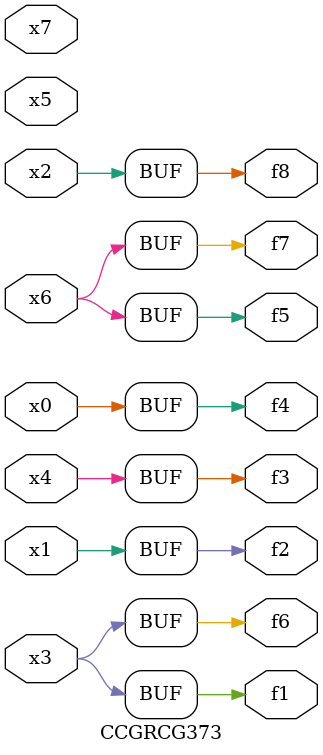
<source format=v>
module CCGRCG373(
	input x0, x1, x2, x3, x4, x5, x6, x7,
	output f1, f2, f3, f4, f5, f6, f7, f8
);
	assign f1 = x3;
	assign f2 = x1;
	assign f3 = x4;
	assign f4 = x0;
	assign f5 = x6;
	assign f6 = x3;
	assign f7 = x6;
	assign f8 = x2;
endmodule

</source>
